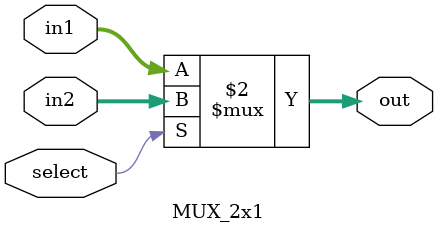
<source format=v>
module MUX_2x1 # (parameter N = 32)(
// define input  port
input wire [N-1:0] in1,
input wire[N-1:0] in2, 
input wire select,
// define the output port
output wire [N-1:0]out
);
// assign one of the inputs to the output based upon select line input
assign out = (select==1'b1) ? in2 : in1;
endmodule 
</source>
